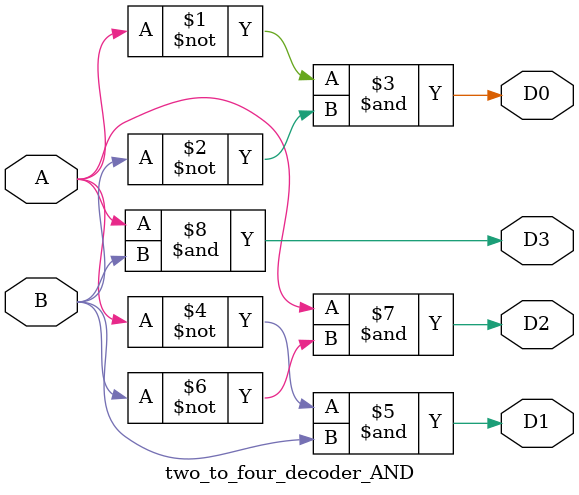
<source format=v>
`timescale 1ns / 1ps


module two_to_four_decoder_AND(
input A,B,
output D0,D1,D2,D3
    );
 assign D0 = (~A)&(~B);
 assign D1 = (~A)&B;
 assign D2 = A&(~B);
 assign D3 = A&B;
endmodule

</source>
